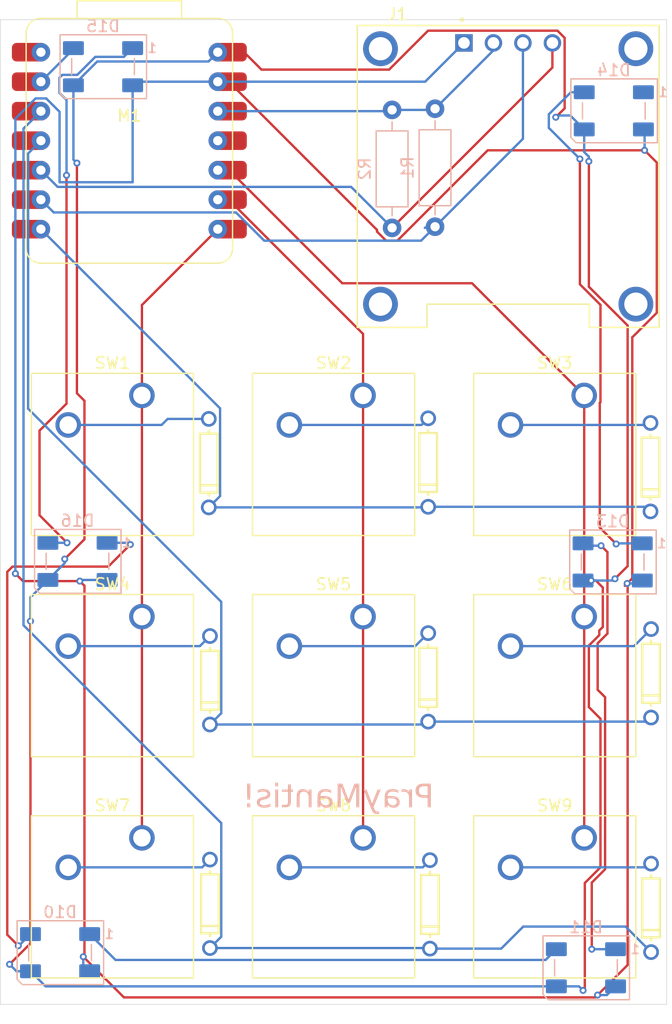
<source format=kicad_pcb>
(kicad_pcb (version 20240108) (generator "pcbnew") (generator_version "8.0")
  (layers (0 "F.Cu" signal) (31 "B.Cu" signal) (34 "B.Paste" user) (35 "F.Paste" user) (36 "B.SilkS" user "B.Silkscreen") (37 "F.SilkS" user "F.Silkscreen") (38 "B.Mask" user) (39 "F.Mask" user) (44 "Edge.Cuts" user))
  (net 0 "")
  (net 1 "SDA")
  (net 2 "SCL")
  (net 3 "+3V3")
  (net 4 "GND")
  (net 5 "COL0")
  (net 6 "COL1")
  (net 8 "ROW0")
  (net 9 "COL2")
  (net 10 "ROW1")
  (net 11 "ROW2")
  (net 12 "Net-(D1-PadA)")
  (net 13 "Net-(D2-PadA)")
  (net 14 "Net-(D3-PadA)")
  (net 15 "Net-(D4-PadA)")
  (net 16 "Net-(D5-PadA)")
  (net 17 "Net-(D6-PadA)")
  (net 18 "Net-(D7-PadA)")
  (net 19 "Net-(D8-PadA)")
  (net 20 "Net-(D9-PadA)")
  (net 22 "VDD")
  (net 23 "Net-(D10-DOUT)")
  (net 24 "Net-(D10-DIN)")
  (net 25 "Net-(D11-DOUT)")
  (net 26 "Net-(D13-DOUT)")
  (net 28 "DIN")
  (net 29 "Net-(D15-DOUT)")
  (footprint "Audio_Module:DIODE-1N4148" (layer "F.Cu") (at 122.01 85.59 -90)
    (property "Reference" "D5")
    (property "Value" "D_Small" (hide yes))
    (pad "A" thru_hole oval (at -3.81 0 270) (size 1.34874 1.34874) (drill 0.89916) (layers "*.Cu" "*.Mask") (net 16 "Net-(D5-PadA)"))
    (pad "K" thru_hole oval (at 3.81 0 270) (size 1.34874 1.34874) (drill 0.89916) (layers "*.Cu" "*.Mask") (net 10 "ROW1"))
  )
  (footprint "Audio_Module:DIODE-1N4148" (layer "F.Cu") (at 122.16 105.14 -90)
    (property "Reference" "D8")
    (property "Value" "D_Small" (hide yes))
    (pad "A" thru_hole oval (at -3.81 0 270) (size 1.34874 1.34874) (drill 0.89916) (layers "*.Cu" "*.Mask") (net 19 "Net-(D8-PadA)"))
    (pad "K" thru_hole oval (at 3.81 0 270) (size 1.34874 1.34874) (drill 0.89916) (layers "*.Cu" "*.Mask") (net 11 "ROW2"))
  )
  (footprint "Button_Switch_Keyboard:SW_Cherry_MX_1.00u_PCB" (layer "F.Cu") (at 135.45 99.41)
    (property "Reference" "SW9" (at -2.54 -2.794 0) (layer "F.SilkS"))
    (property "Value" "SW_Push")
    (pad "" np_thru_hole circle (at -7.62 5.08) (size 1.7 1.7) (drill 1.7) (layers "*.Cu" "*.Mask"))
    (pad "" np_thru_hole circle (at -2.54 5.08) (size 4 4) (drill 4) (layers "*.Cu" "*.Mask"))
    (pad "" np_thru_hole circle (at 2.54 5.08) (size 1.7 1.7) (drill 1.7) (layers "*.Cu" "*.Mask"))
    (pad "1" thru_hole circle (at 0 0) (size 2.2 2.2) (drill 1.5) (layers "*.Cu" "*.Mask") (net 9 "COL2"))
    (pad "2" thru_hole circle (at -6.35 2.54) (size 2.2 2.2) (drill 1.5) (layers "*.Cu" "*.Mask") (net 20 "Net-(D9-PadA)"))
  )
  (footprint "Audio_Module:DIODE-1N4148" (layer "F.Cu") (at 141.21 85.24 -90)
    (property "Reference" "D6")
    (property "Value" "D_Small" (hide yes))
    (pad "A" thru_hole oval (at -3.81 0 270) (size 1.34874 1.34874) (drill 0.89916) (layers "*.Cu" "*.Mask") (net 17 "Net-(D6-PadA)"))
    (pad "K" thru_hole oval (at 3.81 0 270) (size 1.34874 1.34874) (drill 0.89916) (layers "*.Cu" "*.Mask") (net 10 "ROW1"))
  )
  (footprint "Button_Switch_Keyboard:SW_Cherry_MX_1.00u_PCB" (layer "F.Cu") (at 135.45 61.31)
    (property "Reference" "SW3" (at -2.54 -2.794 0) (layer "F.SilkS"))
    (property "Value" "SW_Push")
    (pad "" np_thru_hole circle (at -7.62 5.08) (size 1.7 1.7) (drill 1.7) (layers "*.Cu" "*.Mask"))
    (pad "" np_thru_hole circle (at -2.54 5.08) (size 4 4) (drill 4) (layers "*.Cu" "*.Mask"))
    (pad "" np_thru_hole circle (at 2.54 5.08) (size 1.7 1.7) (drill 1.7) (layers "*.Cu" "*.Mask"))
    (pad "1" thru_hole circle (at 0 0) (size 2.2 2.2) (drill 1.5) (layers "*.Cu" "*.Mask") (net 9 "COL2"))
    (pad "2" thru_hole circle (at -6.35 2.54) (size 2.2 2.2) (drill 1.5) (layers "*.Cu" "*.Mask") (net 14 "Net-(D3-PadA)"))
  )
  (footprint "Audio_Module:DIODE-1N4148" (layer "F.Cu") (at 122.01 67.09 -90)
    (property "Reference" "D2")
    (property "Value" "D_Small" (hide yes))
    (pad "A" thru_hole oval (at -3.81 0 270) (size 1.34874 1.34874) (drill 0.89916) (layers "*.Cu" "*.Mask") (net 13 "Net-(D2-PadA)"))
    (pad "K" thru_hole oval (at 3.81 0 270) (size 1.34874 1.34874) (drill 0.89916) (layers "*.Cu" "*.Mask") (net 8 "ROW0"))
  )
  (footprint "Button_Switch_Keyboard:SW_Cherry_MX_1.00u_PCB" (layer "F.Cu") (at 116.4 61.31)
    (property "Reference" "SW2" (at -2.54 -2.794 0) (layer "F.SilkS"))
    (property "Value" "SW_Push")
    (pad "" np_thru_hole circle (at -7.62 5.08) (size 1.7 1.7) (drill 1.7) (layers "*.Cu" "*.Mask"))
    (pad "" np_thru_hole circle (at -2.54 5.08) (size 4 4) (drill 4) (layers "*.Cu" "*.Mask"))
    (pad "" np_thru_hole circle (at 2.54 5.08) (size 1.7 1.7) (drill 1.7) (layers "*.Cu" "*.Mask"))
    (pad "1" thru_hole circle (at 0 0) (size 2.2 2.2) (drill 1.5) (layers "*.Cu" "*.Mask") (net 6 "COL1"))
    (pad "2" thru_hole circle (at -6.35 2.54) (size 2.2 2.2) (drill 1.5) (layers "*.Cu" "*.Mask") (net 13 "Net-(D2-PadA)"))
  )
  (footprint "Button_Switch_Keyboard:SW_Cherry_MX_1.00u_PCB" (layer "F.Cu") (at 116.4 80.36)
    (property "Reference" "SW5" (at -2.54 -2.794 0) (layer "F.SilkS"))
    (property "Value" "SW_Push")
    (pad "" np_thru_hole circle (at -7.62 5.08) (size 1.7 1.7) (drill 1.7) (layers "*.Cu" "*.Mask"))
    (pad "" np_thru_hole circle (at -2.54 5.08) (size 4 4) (drill 4) (layers "*.Cu" "*.Mask"))
    (pad "" np_thru_hole circle (at 2.54 5.08) (size 1.7 1.7) (drill 1.7) (layers "*.Cu" "*.Mask"))
    (pad "1" thru_hole circle (at 0 0) (size 2.2 2.2) (drill 1.5) (layers "*.Cu" "*.Mask") (net 6 "COL1"))
    (pad "2" thru_hole circle (at -6.35 2.54) (size 2.2 2.2) (drill 1.5) (layers "*.Cu" "*.Mask") (net 16 "Net-(D5-PadA)"))
  )
  (footprint "Audio_Module:DIODE-1N4148" (layer "F.Cu") (at 103.11 67.14 -90)
    (property "Reference" "D1")
    (property "Value" "D_Small" (hide yes))
    (pad "A" thru_hole oval (at -3.81 0 270) (size 1.34874 1.34874) (drill 0.89916) (layers "*.Cu" "*.Mask") (net 12 "Net-(D1-PadA)"))
    (pad "K" thru_hole oval (at 3.81 0 270) (size 1.34874 1.34874) (drill 0.89916) (layers "*.Cu" "*.Mask") (net 8 "ROW0"))
  )
  (footprint "Button_Switch_Keyboard:SW_Cherry_MX_1.00u_PCB" (layer "F.Cu") (at 97.35 80.36)
    (property "Reference" "SW4" (at -2.54 -2.794 0) (layer "F.SilkS"))
    (property "Value" "SW_Push")
    (pad "" np_thru_hole circle (at -7.62 5.08) (size 1.7 1.7) (drill 1.7) (layers "*.Cu" "*.Mask"))
    (pad "" np_thru_hole circle (at -2.54 5.08) (size 4 4) (drill 4) (layers "*.Cu" "*.Mask"))
    (pad "" np_thru_hole circle (at 2.54 5.08) (size 1.7 1.7) (drill 1.7) (layers "*.Cu" "*.Mask"))
    (pad "1" thru_hole circle (at 0 0) (size 2.2 2.2) (drill 1.5) (layers "*.Cu" "*.Mask") (net 5 "COL0"))
    (pad "2" thru_hole circle (at -6.35 2.54) (size 2.2 2.2) (drill 1.5) (layers "*.Cu" "*.Mask") (net 15 "Net-(D4-PadA)"))
  )
  (footprint "Button_Switch_Keyboard:SW_Cherry_MX_1.00u_PCB" (layer "F.Cu") (at 116.4 99.41)
    (property "Reference" "SW8" (at -2.54 -2.794 0) (layer "F.SilkS"))
    (property "Value" "SW_Push")
    (pad "" np_thru_hole circle (at -7.62 5.08) (size 1.7 1.7) (drill 1.7) (layers "*.Cu" "*.Mask"))
    (pad "" np_thru_hole circle (at -2.54 5.08) (size 4 4) (drill 4) (layers "*.Cu" "*.Mask"))
    (pad "" np_thru_hole circle (at 2.54 5.08) (size 1.7 1.7) (drill 1.7) (layers "*.Cu" "*.Mask"))
    (pad "1" thru_hole circle (at 0 0) (size 2.2 2.2) (drill 1.5) (layers "*.Cu" "*.Mask") (net 6 "COL1"))
    (pad "2" thru_hole circle (at -6.35 2.54) (size 2.2 2.2) (drill 1.5) (layers "*.Cu" "*.Mask") (net 19 "Net-(D8-PadA)"))
  )
  (footprint "Audio_Module:DIODE-1N4148" (layer "F.Cu") (at 141.16 67.49 -90)
    (property "Reference" "D3")
    (property "Value" "D_Small" (hide yes))
    (pad "A" thru_hole oval (at -3.81 0 270) (size 1.34874 1.34874) (drill 0.89916) (layers "*.Cu" "*.Mask") (net 14 "Net-(D3-PadA)"))
    (pad "K" thru_hole oval (at 3.81 0 270) (size 1.34874 1.34874) (drill 0.89916) (layers "*.Cu" "*.Mask") (net 8 "ROW0"))
  )
  (footprint "Button_Switch_Keyboard:SW_Cherry_MX_1.00u_PCB" (layer "F.Cu") (at 97.35 61.31)
    (property "Reference" "SW1" (at -2.54 -2.794 0) (layer "F.SilkS"))
    (property "Value" "SW_Push")
    (pad "" np_thru_hole circle (at -7.62 5.08) (size 1.7 1.7) (drill 1.7) (layers "*.Cu" "*.Mask"))
    (pad "" np_thru_hole circle (at -2.54 5.08) (size 4 4) (drill 4) (layers "*.Cu" "*.Mask"))
    (pad "" np_thru_hole circle (at 2.54 5.08) (size 1.7 1.7) (drill 1.7) (layers "*.Cu" "*.Mask"))
    (pad "1" thru_hole circle (at 0 0) (size 2.2 2.2) (drill 1.5) (layers "*.Cu" "*.Mask") (net 5 "COL0"))
    (pad "2" thru_hole circle (at -6.35 2.54) (size 2.2 2.2) (drill 1.5) (layers "*.Cu" "*.Mask") (net 12 "Net-(D1-PadA)"))
  )
  (footprint "Button_Switch_Keyboard:SW_Cherry_MX_1.00u_PCB" (layer "F.Cu") (at 97.35 99.41)
    (property "Reference" "SW7" (at -2.54 -2.794 0) (layer "F.SilkS"))
    (property "Value" "SW_Push")
    (pad "" np_thru_hole circle (at -7.62 5.08) (size 1.7 1.7) (drill 1.7) (layers "*.Cu" "*.Mask"))
    (pad "" np_thru_hole circle (at -2.54 5.08) (size 4 4) (drill 4) (layers "*.Cu" "*.Mask"))
    (pad "" np_thru_hole circle (at 2.54 5.08) (size 1.7 1.7) (drill 1.7) (layers "*.Cu" "*.Mask"))
    (pad "1" thru_hole circle (at 0 0) (size 2.2 2.2) (drill 1.5) (layers "*.Cu" "*.Mask") (net 5 "COL0"))
    (pad "2" thru_hole circle (at -6.35 2.54) (size 2.2 2.2) (drill 1.5) (layers "*.Cu" "*.Mask") (net 18 "Net-(D7-PadA)"))
  )
  (footprint "Audio_Module:DIODE-1N4148" (layer "F.Cu") (at 103.21 105.09 -90)
    (property "Reference" "D7")
    (property "Value" "D_Small" (hide yes))
    (pad "A" thru_hole oval (at -3.81 0 270) (size 1.34874 1.34874) (drill 0.89916) (layers "*.Cu" "*.Mask") (net 18 "Net-(D7-PadA)"))
    (pad "K" thru_hole oval (at 3.81 0 270) (size 1.34874 1.34874) (drill 0.89916) (layers "*.Cu" "*.Mask") (net 11 "ROW2"))
  )
  (footprint "Audio_Module:xiao" (layer "F.Cu") (at 87.3775 49.921)
    (property "Reference" "M1" (at 8.89 -12.7 0) (layer "F.SilkS"))
    (property "Value" "XIAO-RP2040")
    (pad "1" thru_hole circle (at 1.2725 -18.171) (size 1.6 1.6) (drill 0.8) (layers "*.Cu" "*.Mask"))
    (pad "1" smd roundrect (at 1.2725 -18.171) (size 3 1.6) (drill (offset -1 0)) (layers "F.Cu" "F.Paste" "F.Mask"))
    (pad "2" thru_hole circle (at 1.2725 -15.631) (size 1.6 1.6) (drill 0.8) (layers "*.Cu" "*.Mask") (net 28 "DIN"))
    (pad "2" smd roundrect (at 1.2725 -15.631) (size 3 1.6) (drill (offset -1 0)) (layers "F.Cu" "F.Paste" "F.Mask") (net 28 "DIN"))
    (pad "3" thru_hole circle (at 1.2725 -13.091) (size 1.6 1.6) (drill 0.8) (layers "*.Cu" "*.Mask") (net 11 "ROW2"))
    (pad "3" smd roundrect (at 1.2725 -13.091) (size 3 1.6) (drill (offset -1 0)) (layers "F.Cu" "F.Paste" "F.Mask") (net 11 "ROW2"))
    (pad "4" thru_hole circle (at 1.2725 -10.551) (size 1.6 1.6) (drill 0.8) (layers "*.Cu" "*.Mask") (net 10 "ROW1"))
    (pad "4" smd roundrect (at 1.2725 -10.551) (size 3 1.6) (drill (offset -1 0)) (layers "F.Cu" "F.Paste" "F.Mask") (net 10 "ROW1"))
    (pad "5" thru_hole circle (at 1.2725 -8.011) (size 1.6 1.6) (drill 0.8) (layers "*.Cu" "*.Mask") (net 1 "SDA"))
    (pad "5" smd roundrect (at 1.2725 -8.011) (size 3 1.6) (drill (offset -1 0)) (layers "F.Cu" "F.Paste" "F.Mask") (net 1 "SDA"))
    (pad "6" thru_hole circle (at 1.2725 -5.471) (size 1.6 1.6) (drill 0.8) (layers "*.Cu" "*.Mask") (net 2 "SCL"))
    (pad "6" smd roundrect (at 1.2725 -5.471) (size 3 1.6) (drill (offset -1 0)) (layers "F.Cu" "F.Paste" "F.Mask") (net 2 "SCL"))
    (pad "7" thru_hole circle (at 1.2725 -2.931) (size 1.6 1.6) (drill 0.8) (layers "*.Cu" "*.Mask") (net 8 "ROW0"))
    (pad "7" smd roundrect (at 1.2725 -2.931) (size 3 1.6) (drill (offset -1 0)) (layers "F.Cu" "F.Paste" "F.Mask") (net 8 "ROW0"))
    (pad "8" thru_hole circle (at 16.5075 -2.931) (size 1.6 1.6) (drill 0.8) (layers "*.Cu" "*.Mask") (net 5 "COL0"))
    (pad "8" smd roundrect (at 16.5075 -2.931) (size 3 1.6) (drill (offset 1 0)) (layers "F.Cu" "F.Paste" "F.Mask") (net 5 "COL0"))
    (pad "9" thru_hole circle (at 16.5075 -5.471) (size 1.6 1.6) (drill 0.8) (layers "*.Cu" "*.Mask") (net 6 "COL1"))
    (pad "9" smd roundrect (at 16.5075 -5.471) (size 3 1.6) (drill (offset 1 0)) (layers "F.Cu" "F.Paste" "F.Mask") (net 6 "COL1"))
    (pad "10" thru_hole circle (at 16.5075 -8.011) (size 1.6 1.6) (drill 0.8) (layers "*.Cu" "*.Mask") (net 9 "COL2"))
    (pad "10" smd roundrect (at 16.5075 -8.011) (size 3 1.6) (drill (offset 1 0)) (layers "F.Cu" "F.Paste" "F.Mask") (net 9 "COL2"))
    (pad "11" thru_hole circle (at 16.5075 -10.551) (size 1.6 1.6) (drill 0.8) (layers "*.Cu" "*.Mask"))
    (pad "11" smd roundrect (at 16.5075 -10.551) (size 3 1.6) (drill (offset 1 0)) (layers "F.Cu" "F.Paste" "F.Mask"))
    (pad "12" thru_hole circle (at 16.5075 -13.091) (size 1.6 1.6) (drill 0.8) (layers "*.Cu" "*.Mask") (net 3 "+3V3"))
    (pad "12" smd roundrect (at 16.5075 -13.091) (size 3 1.6) (drill (offset 1 0)) (layers "F.Cu" "F.Paste" "F.Mask") (net 3 "+3V3"))
    (pad "13" thru_hole circle (at 16.5075 -15.631) (size 1.6 1.6) (drill 0.8) (layers "*.Cu" "*.Mask") (net 4 "GND"))
    (pad "13" smd roundrect (at 16.5075 -15.631) (size 3 1.6) (drill (offset 1 0)) (layers "F.Cu" "F.Paste" "F.Mask") (net 4 "GND"))
    (pad "14" thru_hole circle (at 16.5075 -18.171) (size 1.6 1.6) (drill 0.8) (layers "*.Cu" "*.Mask") (net 22 "VDD"))
    (pad "14" smd roundrect (at 16.5075 -18.171) (size 3 1.6) (drill (offset 1 0)) (layers "F.Cu" "F.Paste" "F.Mask") (net 22 "VDD"))
  )
  (footprint "Audio_Module:DIODE-1N4148" (layer "F.Cu") (at 103.21 85.84 -90)
    (property "Reference" "D4")
    (property "Value" "D_Small" (hide yes))
    (pad "A" thru_hole oval (at -3.81 0 270) (size 1.34874 1.34874) (drill 0.89916) (layers "*.Cu" "*.Mask") (net 15 "Net-(D4-PadA)"))
    (pad "K" thru_hole oval (at 3.81 0 270) (size 1.34874 1.34874) (drill 0.89916) (layers "*.Cu" "*.Mask") (net 10 "ROW1"))
  )
  (footprint "Button_Switch_Keyboard:SW_Cherry_MX_1.00u_PCB" (layer "F.Cu") (at 135.45 80.36)
    (property "Reference" "SW6" (at -2.54 -2.794 0) (layer "F.SilkS"))
    (property "Value" "SW_Push")
    (pad "" np_thru_hole circle (at -7.62 5.08) (size 1.7 1.7) (drill 1.7) (layers "*.Cu" "*.Mask"))
    (pad "" np_thru_hole circle (at -2.54 5.08) (size 4 4) (drill 4) (layers "*.Cu" "*.Mask"))
    (pad "" np_thru_hole circle (at 2.54 5.08) (size 1.7 1.7) (drill 1.7) (layers "*.Cu" "*.Mask"))
    (pad "1" thru_hole circle (at 0 0) (size 2.2 2.2) (drill 1.5) (layers "*.Cu" "*.Mask") (net 9 "COL2"))
    (pad "2" thru_hole circle (at -6.35 2.54) (size 2.2 2.2) (drill 1.5) (layers "*.Cu" "*.Mask") (net 17 "Net-(D6-PadA)"))
  )
  (footprint "Audio_Module:DIODE-1N4148" (layer "F.Cu") (at 141.21 105.44 -90)
    (property "Reference" "D9")
    (property "Value" "D_Small" (hide yes))
    (pad "A" thru_hole oval (at -3.81 0 270) (size 1.34874 1.34874) (drill 0.89916) (layers "*.Cu" "*.Mask") (net 20 "Net-(D9-PadA)"))
    (pad "K" thru_hole oval (at 3.81 0 270) (size 1.34874 1.34874) (drill 0.89916) (layers "*.Cu" "*.Mask") (net 11 "ROW2"))
  )
  (footprint "Audio_Module:screen" (layer "F.Cu") (at 128.9 42.45)
    (property "Reference" "J1" (at -9.525 -13.97 0) (layer "F.SilkS"))
    (property "Value" "Conn_01x04_Pin")
    (pad "1" thru_hole rect (at -3.81 -11.5) (size 1.508 1.508) (drill 1) (layers "*.Cu" "*.Mask") (net 4 "GND"))
    (pad "2" thru_hole circle (at -1.27 -11.5) (size 1.508 1.508) (drill 1) (layers "*.Cu" "*.Mask") (net 3 "+3V3"))
    (pad "3" thru_hole circle (at 1.27 -11.5) (size 1.508 1.508) (drill 1) (layers "*.Cu" "*.Mask") (net 2 "SCL"))
    (pad "4" thru_hole circle (at 3.81 -11.5) (size 1.508 1.508) (drill 1) (layers "*.Cu" "*.Mask") (net 1 "SDA"))
    (pad "S1" thru_hole circle (at -11 -11) (size 3 3) (drill 2) (layers "*.Cu" "*.Mask"))
    (pad "S2" thru_hole circle (at 11 -11) (size 3 3) (drill 2) (layers "*.Cu" "*.Mask"))
    (pad "S3" thru_hole circle (at 11 11) (size 3 3) (drill 2) (layers "*.Cu" "*.Mask"))
    (pad "S4" thru_hole circle (at -11 11) (size 3 3) (drill 2) (layers "*.Cu" "*.Mask"))
  )
  (footprint "LED_SMD:LED_OPSCO_SK6812_PLCC4_5.0x5.0mm_P3.1mm" (layer "B.Cu") (at 90.3 109.3 180)
    (property "Reference" "D10" (at 0 3.5 0) (layer "B.SilkS") (effects (justify mirror)))
    (property "Value" "NeoPixel_THT")
    (fp_text user "1" (at -4.225 1.6 0) (layer "B.SilkS") (effects (font (size 0.8 0.8)) (justify mirror)))
    (pad "1" smd roundrect (at -2.55 1.6 180) (size 1.8 1.2) (layers "B.Cu" "B.Paste" "B.Mask") (roundrect_rratio 0.1) (net 23 "Net-(D10-DOUT)"))
    (pad "2" smd roundrect (at -2.55 -1.6 180) (size 1.8 1.2) (layers "B.Cu" "B.Paste" "B.Mask") (roundrect_rratio 0.1) (net 4 "GND"))
    (pad "3" smd roundrect (at 2.55 -1.6 180) (size 1.8 1.2) (layers "B.Cu" "B.Paste" "B.Mask") (roundrect_rratio 0.1) (net 22 "VDD"))
    (pad "4" smd roundrect (at 2.55 1.6 180) (size 1.8 1.2) (layers "B.Cu" "B.Paste" "B.Mask") (roundrect_rratio 0.1) (net 24 "Net-(D10-DIN)"))
  )
  (footprint "LED_SMD:LED_OPSCO_SK6812_PLCC4_5.0x5.0mm_P3.1mm" (layer "B.Cu") (at 91.8 75.6 180)
    (property "Reference" "D16" (at 0 3.5 0) (layer "B.SilkS") (effects (justify mirror)))
    (property "Value" "NeoPixel_THT")
    (fp_text user "1" (at -4.225 1.6 0) (layer "B.SilkS") (effects (font (size 0.8 0.8)) (justify mirror)))
    (pad "1" smd roundrect (at -2.55 1.6 180) (size 1.8 1.2) (layers "B.Cu" "B.Paste" "B.Mask") (roundrect_rratio 0.1) (net 24 "Net-(D10-DIN)"))
    (pad "2" smd roundrect (at -2.55 -1.6 180) (size 1.8 1.2) (layers "B.Cu" "B.Paste" "B.Mask") (roundrect_rratio 0.1) (net 4 "GND"))
    (pad "3" smd roundrect (at 2.55 -1.6 180) (size 1.8 1.2) (layers "B.Cu" "B.Paste" "B.Mask") (roundrect_rratio 0.1) (net 22 "VDD"))
    (pad "4" smd roundrect (at 2.55 1.6 180) (size 1.8 1.2) (layers "B.Cu" "B.Paste" "B.Mask") (roundrect_rratio 0.1) (net 29 "Net-(D15-DOUT)"))
  )
  (footprint "LED_SMD:LED_OPSCO_SK6812_PLCC4_5.0x5.0mm_P3.1mm" (layer "B.Cu") (at 135.6 110.6 180)
    (property "Reference" "D11" (at 0 3.5 0) (layer "B.SilkS") (effects (justify mirror)))
    (property "Value" "NeoPixel_THT")
    (fp_text user "1" (at -4.225 1.6 0) (layer "B.SilkS") (effects (font (size 0.8 0.8)) (justify mirror)))
    (pad "1" smd roundrect (at -2.55 1.6 180) (size 1.8 1.2) (layers "B.Cu" "B.Paste" "B.Mask") (roundrect_rratio 0.1) (net 25 "Net-(D11-DOUT)"))
    (pad "2" smd roundrect (at -2.55 -1.6 180) (size 1.8 1.2) (layers "B.Cu" "B.Paste" "B.Mask") (roundrect_rratio 0.1) (net 4 "GND"))
    (pad "3" smd roundrect (at 2.55 -1.6 180) (size 1.8 1.2) (layers "B.Cu" "B.Paste" "B.Mask") (roundrect_rratio 0.1) (net 22 "VDD"))
    (pad "4" smd roundrect (at 2.55 1.6 180) (size 1.8 1.2) (layers "B.Cu" "B.Paste" "B.Mask") (roundrect_rratio 0.1) (net 23 "Net-(D10-DOUT)"))
  )
  (footprint "LED_SMD:LED_OPSCO_SK6812_PLCC4_5.0x5.0mm_P3.1mm" (layer "B.Cu") (at 137.9 75.65 180)
    (property "Reference" "D13" (at 0 3.5 0) (layer "B.SilkS") (effects (justify mirror)))
    (property "Value" "NeoPixel_THT")
    (fp_text user "1" (at -4.225 1.6 0) (layer "B.SilkS") (effects (font (size 0.8 0.8)) (justify mirror)))
    (pad "1" smd roundrect (at -2.55 1.6 180) (size 1.8 1.2) (layers "B.Cu" "B.Paste" "B.Mask") (roundrect_rratio 0.1) (net 26 "Net-(D13-DOUT)"))
    (pad "2" smd roundrect (at -2.55 -1.6 180) (size 1.8 1.2) (layers "B.Cu" "B.Paste" "B.Mask") (roundrect_rratio 0.1) (net 4 "GND"))
    (pad "3" smd roundrect (at 2.55 -1.6 180) (size 1.8 1.2) (layers "B.Cu" "B.Paste" "B.Mask") (roundrect_rratio 0.1) (net 22 "VDD"))
    (pad "4" smd roundrect (at 2.55 1.6 180) (size 1.8 1.2) (layers "B.Cu" "B.Paste" "B.Mask") (roundrect_rratio 0.1) (net 25 "Net-(D11-DOUT)"))
  )
  (footprint "Resistor_THT:R_Axial_DIN0207_L6.3mm_D2.5mm_P10.16mm_Horizontal" (layer "B.Cu") (at 122.6 36.62 -90)
    (property "Reference" "R1" (at 5.08 2.37 90) (layer "B.SilkS") (effects (justify mirror)))
    (property "Value" "R")
    (pad "1" thru_hole circle (at 0 0 270) (size 1.6 1.6) (drill 0.8) (layers "*.Cu" "*.Mask") (net 3 "+3V3"))
    (pad "2" thru_hole oval (at 10.16 0 270) (size 1.6 1.6) (drill 0.8) (layers "*.Cu" "*.Mask") (net 2 "SCL"))
  )
  (footprint "LED_SMD:LED_OPSCO_SK6812_PLCC4_5.0x5.0mm_P3.1mm" (layer "B.Cu") (at 94 33 180)
    (property "Reference" "D15" (at 0 3.5 0) (layer "B.SilkS") (effects (justify mirror)))
    (property "Value" "NeoPixel_THT")
    (fp_text user "1" (at -4.225 1.6 0) (layer "B.SilkS") (effects (font (size 0.8 0.8)) (justify mirror)))
    (pad "1" smd roundrect (at -2.55 1.6 180) (size 1.8 1.2) (layers "B.Cu" "B.Paste" "B.Mask") (roundrect_rratio 0.1) (net 29 "Net-(D15-DOUT)"))
    (pad "2" smd roundrect (at -2.55 -1.6 180) (size 1.8 1.2) (layers "B.Cu" "B.Paste" "B.Mask") (roundrect_rratio 0.1) (net 4 "GND"))
    (pad "3" smd roundrect (at 2.55 -1.6 180) (size 1.8 1.2) (layers "B.Cu" "B.Paste" "B.Mask") (roundrect_rratio 0.1) (net 22 "VDD"))
    (pad "4" smd roundrect (at 2.55 1.6 180) (size 1.8 1.2) (layers "B.Cu" "B.Paste" "B.Mask") (roundrect_rratio 0.1) (net 28 "DIN"))
  )
  (footprint "Resistor_THT:R_Axial_DIN0207_L6.3mm_D2.5mm_P10.16mm_Horizontal" (layer "B.Cu") (at 118.9 36.72 -90)
    (property "Reference" "R2" (at 5.08 2.37 90) (layer "B.SilkS") (effects (justify mirror)))
    (property "Value" "R")
    (pad "1" thru_hole circle (at 0 0 270) (size 1.6 1.6) (drill 0.8) (layers "*.Cu" "*.Mask") (net 3 "+3V3"))
    (pad "2" thru_hole oval (at 10.16 0 270) (size 1.6 1.6) (drill 0.8) (layers "*.Cu" "*.Mask") (net 1 "SDA"))
  )
  (footprint "LED_SMD:LED_OPSCO_SK6812_PLCC4_5.0x5.0mm_P3.1mm" (layer "B.Cu") (at 138 36.8 180)
    (property "Reference" "D14" (at 0 3.5 0) (layer "B.SilkS") (effects (justify mirror)))
    (property "Value" "NeoPixel_THT")
    (fp_text user "1" (at -4.225 1.6 0) (layer "B.SilkS") (effects (font (size 0.8 0.8)) (justify mirror)))
    (pad "1" smd roundrect (at -2.55 1.6 180) (size 1.8 1.2) (layers "B.Cu" "B.Paste" "B.Mask") (roundrect_rratio 0.1))
    (pad "2" smd roundrect (at -2.55 -1.6 180) (size 1.8 1.2) (layers "B.Cu" "B.Paste" "B.Mask") (roundrect_rratio 0.1) (net 4 "GND"))
    (pad "3" smd roundrect (at 2.55 -1.6 180) (size 1.8 1.2) (layers "B.Cu" "B.Paste" "B.Mask") (roundrect_rratio 0.1) (net 22 "VDD"))
    (pad "4" smd roundrect (at 2.55 1.6 180) (size 1.8 1.2) (layers "B.Cu" "B.Paste" "B.Mask") (roundrect_rratio 0.1) (net 26 "Net-(D13-DOUT)"))
  )
  (gr_rect (start 85.15 28.95) (end 142.55 113.75) (stroke (width 0.05)) (fill none) (layer "Edge.Cuts"))
  (gr_text "PrayMantis!" (at 114.25 95.95 0) (layer "B.SilkS") (effects (font (size 2 2) (thickness 0.1)) (justify mirror)))
  (segment (start 132.71 33.07) (end 118.9 46.88) (width 0.2) (layer "F.Cu") (net 1))
  (segment (start 132.71 30.95) (end 132.71 33.07) (width 0.2) (layer "F.Cu") (net 1))
  (segment (start 118.9 46.88) (end 115.37 43.35) (width 0.2) (layer "B.Cu") (net 1))
  (segment (start 115.37 43.35) (end 90.09 43.35) (width 0.2) (layer "B.Cu") (net 1))
  (segment (start 90.09 43.35) (end 88.65 41.91) (width 0.2) (layer "B.Cu") (net 1))
  (segment (start 121.72 46.88) (end 121.75 46.85) (width 0.2) (layer "B.Cu") (net 2))
  (segment (start 130.17 39.21) (end 122.6 46.78) (width 0.2) (layer "B.Cu") (net 2))
  (segment (start 122.6 46.78) (end 121.4 47.98) (width 0.2) (layer "B.Cu") (net 2))
  (segment (start 89.75 45.55) (end 88.65 44.45) (width 0.2) (layer "B.Cu") (net 2))
  (segment (start 130.17 30.95) (end 130.17 39.21) (width 0.2) (layer "B.Cu") (net 2))
  (segment (start 107.88 47.98) (end 105.45 45.55) (width 0.2) (layer "B.Cu") (net 2))
  (segment (start 105.45 45.55) (end 89.75 45.55) (width 0.2) (layer "B.Cu") (net 2))
  (segment (start 121.4 47.98) (end 107.88 47.98) (width 0.2) (layer "B.Cu") (net 2))
  (segment (start 122.5 36.72) (end 122.6 36.62) (width 0.2) (layer "B.Cu") (net 3))
  (segment (start 118.9 36.72) (end 122.5 36.72) (width 0.2) (layer "B.Cu") (net 3))
  (segment (start 103.885 36.83) (end 118.79 36.83) (width 0.2) (layer "B.Cu") (net 3))
  (segment (start 118.79 36.83) (end 118.9 36.72) (width 0.2) (layer "B.Cu") (net 3))
  (segment (start 103.995 36.72) (end 103.885 36.83) (width 0.2) (layer "B.Cu") (net 3))
  (segment (start 127.63 31.59) (end 127.63 30.95) (width 0.2) (layer "B.Cu") (net 3))
  (segment (start 122.6 36.62) (end 127.63 31.59) (width 0.2) (layer "B.Cu") (net 3))
  (segment (start 92.3 109.65) (end 95.8 113.15) (width 0.2) (layer "F.Cu") (net 4))
  (segment (start 104.83495 34.29) (end 103.885 34.29) (width 0.2) (layer "F.Cu") (net 4))
  (segment (start 117.6 47.2) (end 117.6 47.05505) (width 0.2) (layer "F.Cu") (net 4))
  (segment (start 138.95 77.7) (end 139.59 77.06) (width 0.2) (layer "F.Cu") (net 4))
  (segment (start 139.59 77.06) (end 139.59 56.305585) (width 0.2) (layer "F.Cu") (net 4))
  (segment (start 92.4 77.7) (end 92.4 109.55) (width 0.2) (layer "F.Cu") (net 4))
  (segment (start 118.38 47.98) (end 117.6 47.2) (width 0.2) (layer "F.Cu") (net 4))
  (segment (start 87.1 77.3) (end 92 77.3) (width 0.2) (layer "F.Cu") (net 4))
  (segment (start 139.19 110.36) (end 139.19 77.54) (width 0.2) (layer "F.Cu") (net 4))
  (segment (start 139.15 77.5) (end 138.95 77.7) (width 0.2) (layer "F.Cu") (net 4))
  (segment (start 141.7 54.195585) (end 141.7 41.25) (width 0.2) (layer "F.Cu") (net 4))
  (segment (start 136.6 112.95) (end 139.19 110.36) (width 0.2) (layer "F.Cu") (net 4))
  (segment (start 139.19 77.54) (end 139.15 77.5) (width 0.2) (layer "F.Cu") (net 4))
  (segment (start 119.355635 47.98) (end 118.38 47.98) (width 0.2) (layer "F.Cu") (net 4))
  (segment (start 139.59 56.305585) (end 141.7 54.195585) (width 0.2) (layer "F.Cu") (net 4))
  (segment (start 92.4 109.55) (end 92.3 109.65) (width 0.2) (layer "F.Cu") (net 4))
  (segment (start 95.8 113.15) (end 136.4 113.15) (width 0.2) (layer "F.Cu") (net 4))
  (segment (start 136.4 113.15) (end 136.6 112.95) (width 0.2) (layer "F.Cu") (net 4))
  (segment (start 140.65 40.2) (end 127.135635 40.2) (width 0.2) (layer "F.Cu") (net 4))
  (segment (start 117.6 47.05505) (end 104.83495 34.29) (width 0.2) (layer "F.Cu") (net 4))
  (segment (start 127.135635 40.2) (end 119.355635 47.98) (width 0.2) (layer "F.Cu") (net 4))
  (segment (start 86.45 76.65) (end 87.1 77.3) (width 0.2) (layer "F.Cu") (net 4))
  (segment (start 92 77.3) (end 92.4 77.7) (width 0.2) (layer "F.Cu") (net 4))
  (segment (start 141.7 41.25) (end 140.65 40.2) (width 0.2) (layer "F.Cu") (net 4))
  (via (at 86.45 76.65) (size 0.6) (drill 0.3) (layers "F.Cu" "B.Cu") (net 4))
  (via (at 136.6 112.95) (size 0.6) (drill 0.3) (layers "F.Cu" "B.Cu") (net 4))
  (via (at 92 77.3) (size 0.6) (drill 0.3) (layers "F.Cu" "B.Cu") (net 4))
  (via (at 92.3 109.65) (size 0.6) (drill 0.3) (layers "F.Cu" "B.Cu") (net 4))
  (via (at 140.65 40.2) (size 0.6) (drill 0.3) (layers "F.Cu" "B.Cu") (net 4))
  (via (at 139.15 77.5) (size 0.6) (drill 0.3) (layers "F.Cu" "B.Cu") (net 4))
  (segment (start 89.105635 35.73) (end 88.194365 35.73) (width 0.2) (layer "B.Cu") (net 4))
  (segment (start 96.86 34.29) (end 96.55 34.6) (width 0.2) (layer "B.Cu") (net 4))
  (segment (start 92.3 109.65) (end 92.3 110.35) (width 0.2) (layer "B.Cu") (net 4))
  (segment (start 88.194365 35.73) (end 86.45 37.474365) (width 0.2) (layer "B.Cu") (net 4))
  (segment (start 136.6 112.95) (end 137.4 112.95) (width 0.2) (layer "B.Cu") (net 4))
  (segment (start 139.15 77.5) (end 140.2 77.5) (width 0.2) (layer "B.Cu") (net 4))
  (segment (start 96.55 34.6) (end 96.55 42.95) (width 0.2) (layer "B.Cu") (net 4))
  (segment (start 92 77.3) (end 92.1 77.2) (width 0.2) (layer "B.Cu") (net 4))
  (segment (start 90.255686 42.95) (end 90.255686 36.880051) (width 0.2) (layer "B.Cu") (net 4))
  (segment (start 121.75 34.29) (end 103.885 34.29) (width 0.2) (layer "B.Cu") (net 4))
  (segment (start 125.09 30.95) (end 121.75 34.29) (width 0.2) (layer "B.Cu") (net 4))
  (segment (start 96.55 42.95) (end 90.255686 42.95) (width 0.2) (layer "B.Cu") (net 4))
  (segment (start 92.1 77.2) (end 94.35 77.2) (width 0.2) (layer "B.Cu") (net 4))
  (segment (start 137.4 112.95) (end 138.15 112.2) (width 0.2) (layer "B.Cu") (net 4))
  (segment (start 140.65 40.2) (end 140.65 38.5) (width 0.2) (layer "B.Cu") (net 4))
  (segment (start 103.885 34.29) (end 96.86 34.29) (width 0.2) (layer "B.Cu") (net 4))
  (segment (start 86.45 37.474365) (end 86.45 76.65) (width 0.2) (layer "B.Cu") (net 4))
  (segment (start 140.65 38.5) (end 140.55 38.4) (width 0.2) (layer "B.Cu") (net 4))
  (segment (start 90.255686 36.880051) (end 89.105635 35.73) (width 0.2) (layer "B.Cu") (net 4))
  (segment (start 92.3 110.35) (end 92.85 110.9) (width 0.2) (layer "B.Cu") (net 4))
  (segment (start 140.2 77.5) (end 140.45 77.25) (width 0.2) (layer "B.Cu") (net 4))
  (segment (start 97.35 61.31) (end 97.35 80.36) (width 0.2) (layer "F.Cu") (net 5))
  (segment (start 97.35 80.36) (end 97.35 99.41) (width 0.2) (layer "F.Cu") (net 5))
  (segment (start 97.35 53.525) (end 103.885 46.99) (width 0.2) (layer "F.Cu") (net 5))
  (segment (start 97.35 61.31) (end 97.35 53.525) (width 0.2) (layer "F.Cu") (net 5))
  (segment (start 116.4 61.31) (end 116.4 56.01505) (width 0.2) (layer "F.Cu") (net 6))
  (segment (start 116.4 61.31) (end 116.4 80.36) (width 0.2) (layer "F.Cu") (net 6))
  (segment (start 116.4 56.01505) (end 104.83495 44.45) (width 0.2) (layer "F.Cu") (net 6))
  (segment (start 116.4 80.36) (end 116.4 99.41) (width 0.2) (layer "F.Cu") (net 6))
  (segment (start 104.83495 44.45) (end 103.885 44.45) (width 0.2) (layer "F.Cu") (net 6))
  (segment (start 104.08437 62.42437) (end 88.65 46.99) (width 0.2) (layer "B.Cu") (net 8))
  (segment (start 121.96 70.95) (end 122.01 70.9) (width 0.2) (layer "B.Cu") (net 8))
  (segment (start 103.11 70.95) (end 104.08437 69.97563) (width 0.2) (layer "B.Cu") (net 8))
  (segment (start 122.01 70.9) (end 140.76 70.9) (width 0.2) (layer "B.Cu") (net 8))
  (segment (start 104.08437 69.97563) (end 104.08437 62.42437) (width 0.2) (layer "B.Cu") (net 8))
  (segment (start 140.76 70.9) (end 141.16 71.3) (width 0.2) (layer "B.Cu") (net 8))
  (segment (start 103.11 70.95) (end 121.96 70.95) (width 0.2) (layer "B.Cu") (net 8))
  (segment (start 125.79 51.65) (end 114.609365 51.65) (width 0.2) (layer "F.Cu") (net 9))
  (segment (start 135.45 80.36) (end 135.45 99.41) (width 0.2) (layer "F.Cu") (net 9))
  (segment (start 135.45 61.31) (end 125.79 51.65) (width 0.2) (layer "F.Cu") (net 9))
  (segment (start 104.869365 41.91) (end 103.885 41.91) (width 0.2) (layer "F.Cu") (net 9))
  (segment (start 114.609365 51.65) (end 104.869365 41.91) (width 0.2) (layer "F.Cu") (net 9))
  (segment (start 135.45 61.31) (end 135.45 80.36) (width 0.2) (layer "F.Cu") (net 9))
  (segment (start 103.21 89.65) (end 104.18437 88.67563) (width 0.2) (layer "B.Cu") (net 10))
  (segment (start 87.55 40.47) (end 88.65 39.37) (width 0.2) (layer "B.Cu") (net 10))
  (segment (start 122.01 89.4) (end 140.86 89.4) (width 0.2) (layer "B.Cu") (net 10))
  (segment (start 140.86 89.4) (end 141.21 89.05) (width 0.2) (layer "B.Cu") (net 10))
  (segment (start 103.21 89.65) (end 121.76 89.65) (width 0.2) (layer "B.Cu") (net 10))
  (segment (start 121.76 89.65) (end 122.01 89.4) (width 0.2) (layer "B.Cu") (net 10))
  (segment (start 87.55 62.453402) (end 87.55 40.47) (width 0.2) (layer "B.Cu") (net 10))
  (segment (start 104.18437 88.67563) (end 104.18437 79.087772) (width 0.2) (layer "B.Cu") (net 10))
  (segment (start 104.18437 79.087772) (end 87.55 62.453402) (width 0.2) (layer "B.Cu") (net 10))
  (segment (start 87.15 38.33) (end 88.65 36.83) (width 0.2) (layer "B.Cu") (net 11))
  (segment (start 104.18437 98.137772) (end 87.15 81.103402) (width 0.2) (layer "B.Cu") (net 11))
  (segment (start 139.01 107.05) (end 141.21 109.25) (width 0.2) (layer "B.Cu") (net 11))
  (segment (start 130.2 107.05) (end 139.01 107.05) (width 0.2) (layer "B.Cu") (net 11))
  (segment (start 103.21 108.9) (end 104.18437 107.92563) (width 0.2) (layer "B.Cu") (net 11))
  (segment (start 87.15 81.103402) (end 87.15 38.33) (width 0.2) (layer "B.Cu") (net 11))
  (segment (start 128.3 108.95) (end 130.2 107.05) (width 0.2) (layer "B.Cu") (net 11))
  (segment (start 103.21 108.9) (end 122.11 108.9) (width 0.2) (layer "B.Cu") (net 11))
  (segment (start 122.16 108.95) (end 128.3 108.95) (width 0.2) (layer "B.Cu") (net 11))
  (segment (start 122.11 108.9) (end 122.16 108.95) (width 0.2) (layer "B.Cu") (net 11))
  (segment (start 104.18437 107.92563) (end 104.18437 98.137772) (width 0.2) (layer "B.Cu") (net 11))
  (segment (start 99.567056 63.33) (end 103.11 63.33) (width 0.2) (layer "B.Cu") (net 12))
  (segment (start 99.047056 63.85) (end 99.567056 63.33) (width 0.2) (layer "B.Cu") (net 12))
  (segment (start 91 63.85) (end 99.047056 63.85) (width 0.2) (layer "B.Cu") (net 12))
  (segment (start 110.05 63.85) (end 121.44 63.85) (width 0.2) (layer "B.Cu") (net 13))
  (segment (start 121.44 63.85) (end 122.01 63.28) (width 0.2) (layer "B.Cu") (net 13))
  (segment (start 129.1 63.85) (end 140.99 63.85) (width 0.2) (layer "B.Cu") (net 14))
  (segment (start 140.99 63.85) (end 141.16 63.68) (width 0.2) (layer "B.Cu") (net 14))
  (segment (start 91 82.9) (end 102.34 82.9) (width 0.2) (layer "B.Cu") (net 15))
  (segment (start 102.34 82.9) (end 103.21 82.03) (width 0.2) (layer "B.Cu") (net 15))
  (segment (start 120.89 82.9) (end 122.01 81.78) (width 0.2) (layer "B.Cu") (net 16))
  (segment (start 110.05 82.9) (end 120.89 82.9) (width 0.2) (layer "B.Cu") (net 16))
  (segment (start 139.74 82.9) (end 141.21 81.43) (width 0.2) (layer "B.Cu") (net 17))
  (segment (start 129.1 82.9) (end 139.74 82.9) (width 0.2) (layer "B.Cu") (net 17))
  (segment (start 102.54 101.95) (end 103.21 101.28) (width 0.2) (layer "B.Cu") (net 18))
  (segment (start 91 101.95) (end 102.54 101.95) (width 0.2) (layer "B.Cu") (net 18))
  (segment (start 110.05 101.95) (end 121.54 101.95) (width 0.2) (layer "B.Cu") (net 19))
  (segment (start 121.54 101.95) (end 122.16 101.33) (width 0.2) (layer "B.Cu") (net 19))
  (segment (start 140.89 101.95) (end 141.21 101.63) (width 0.2) (layer "B.Cu") (net 20))
  (segment (start 129.1 101.95) (end 140.89 101.95) (width 0.2) (layer "B.Cu") (net 20))
  (segment (start 133.146582 29.896) (end 121.999585 29.896) (width 0.2) (layer "F.Cu") (net 22))
  (segment (start 136.85 89.15) (end 135.85 88.15) (width 0.2) (layer "F.Cu") (net 22))
  (segment (start 136.75 81.95) (end 136.75 81.55) (width 0.2) (layer "F.Cu") (net 22))
  (segment (start 87.75 108.5) (end 85.95 110.3) (width 0.2) (layer "F.Cu") (net 22))
  (segment (start 92.4 73.7) (end 90.7 75.4) (width 0.2) (layer "F.Cu") (net 22))
  (segment (start 107.65 33.25) (end 106.15 31.75) (width 0.2) (layer "F.Cu") (net 22))
  (segment (start 136.85 101.95) (end 136.85 89.15) (width 0.2) (layer "F.Cu") (net 22))
  (segment (start 138.1 77.1) (end 139.19 76.01) (width 0.2) (layer "F.Cu") (net 22))
  (segment (start 136.45 77.25) (end 136.05 77.25) (width 0.2) (layer "F.Cu") (net 22))
  (segment (start 133.764 30.513418) (end 133.146582 29.896) (width 0.2) (layer "F.Cu") (net 22))
  (segment (start 121.999585 29.896) (end 118.645585 33.25) (width 0.2) (layer "F.Cu") (net 22))
  (segment (start 91.75 41.3) (end 91.75 61.120101) (width 0.2) (layer "F.Cu") (net 22))
  (segment (start 135.85 51.945585) (end 135.85 41.15) (width 0.2) (layer "F.Cu") (net 22))
  (segment (start 118.645585 33.25) (end 107.65 33.25) (width 0.2) (layer "F.Cu") (net 22))
  (segment (start 139.19 55.285585) (end 135.85 51.945585) (width 0.2) (layer "F.Cu") (net 22))
  (segment (start 135.5 112.4) (end 135.5 103.3) (width 0.2) (layer "F.Cu") (net 22))
  (segment (start 133 37.35) (end 133.764 36.586) (width 0.2) (layer "F.Cu") (net 22))
  (segment (start 92.4 61.770101) (end 92.4 73.7) (width 0.2) (layer "F.Cu") (net 22))
  (segment (start 106.15 31.75) (end 103.885 31.75) (width 0.2) (layer "F.Cu") (net 22))
  (segment (start 87.75 80.75) (end 87.75 108.5) (width 0.2) (layer "F.Cu") (net 22))
  (segment (start 135.85 88.15) (end 135.85 82.85) (width 0.2) (layer "F.Cu") (net 22))
  (segment (start 135.5 103.3) (end 136.85 101.95) (width 0.2) (layer "F.Cu") (net 22))
  (segment (start 135.35 112.55) (end 135.5 112.4) (width 0.2) (layer "F.Cu") (net 22))
  (segment (start 91.75 61.120101) (end 92.4 61.770101) (width 0.2) (layer "F.Cu") (net 22))
  (segment (start 133.764 36.586) (end 133.764 30.513418) (width 0.2) (layer "F.Cu") (net 22))
  (segment (start 137.05 81.25) (end 137.05 77.85) (width 0.2) (layer "F.Cu") (net 22))
  (segment (start 136.75 81.55) (end 137.05 81.25) (width 0.2) (layer "F.Cu") (net 22))
  (segment (start 137.05 77.85) (end 136.45 77.25) (width 0.2) (layer "F.Cu") (net 22))
  (segment (start 135.85 82.85) (end 136.75 81.95) (width 0.2) (layer "F.Cu") (net 22))
  (segment (start 139.19 76.01) (end 139.19 55.285585) (width 0.2) (layer "F.Cu") (net 22))
  (via (at 135.85 41.15) (size 0.6) (drill 0.3) (layers "F.Cu" "B.Cu") (net 22))
  (via (at 133 37.35) (size 0.6) (drill 0.3) (layers "F.Cu" "B.Cu") (net 22))
  (via (at 136.05 77.25) (size 0.6) (drill 0.3) (layers "F.Cu" "B.Cu") (net 22))
  (via (at 90.7 75.4) (size 0.6) (drill 0.3) (layers "F.Cu" "B.Cu") (net 22))
  (via (at 135.35 112.55) (size 0.6) (drill 0.3) (layers "F.Cu" "B.Cu") (net 22))
  (via (at 138.1 77.1) (size 0.6) (drill 0.3) (layers "F.Cu" "B.Cu") (net 22))
  (via (at 87.75 80.75) (size 0.6) (drill 0.3) (layers "F.Cu" "B.Cu") (net 22))
  (via (at 91.75 41.3) (size 0.6) (drill 0.3) (layers "F.Cu" "B.Cu") (net 22))
  (via (at 85.95 110.3) (size 0.6) (drill 0.3) (layers "F.Cu" "B.Cu") (net 22))
  (segment (start 135 112.2) (end 135.35 112.55) (width 0.2) (layer "B.Cu") (net 22))
  (segment (start 90.7 75.75) (end 89.25 77.2) (width 0.2) (layer "B.Cu") (net 22))
  (segment (start 91.45 34.6) (end 91.45 41) (width 0.2) (layer "B.Cu") (net 22))
  (segment (start 134.25 37.2) (end 133.15 37.2) (width 0.2) (layer "B.Cu") (net 22))
  (segment (start 86.55 110.9) (end 87.75 110.9) (width 0.2) (layer "B.Cu") (net 22))
  (segment (start 87.75 78.7) (end 87.75 80.75) (width 0.2) (layer "B.Cu") (net 22))
  (segment (start 90.7 75.4) (end 90.7 75.75) (width 0.2) (layer "B.Cu") (net 22))
  (segment (start 133.15 37.2) (end 133 37.35) (width 0.2) (layer "B.Cu") (net 22))
  (segment (start 93.500001 32.549999) (end 91.45 34.6) (width 0.2) (layer "B.Cu") (net 22))
  (segment (start 137.95 77.25) (end 138.1 77.1) (width 0.2) (layer "B.Cu") (net 22))
  (segment (start 103.085001 32.549999) (end 93.500001 32.549999) (width 0.2) (layer "B.Cu") (net 22))
  (segment (start 135.85 40.75) (end 135.45 40.35) (width 0.2) (layer "B.Cu") (net 22))
  (segment (start 87.75 110.9) (end 89.05 112.2) (width 0.2) (layer "B.Cu") (net 22))
  (segment (start 103.885 31.75) (end 103.085001 32.549999) (width 0.2) (layer "B.Cu") (net 22))
  (segment (start 135.45 40.35) (end 135.45 38.4) (width 0.2) (layer "B.Cu") (net 22))
  (segment (start 135.45 38.4) (end 134.25 37.2) (width 0.2) (layer "B.Cu") (net 22))
  (segment (start 133.05 112.2) (end 135 112.2) (width 0.2) (layer "B.Cu") (net 22))
  (segment (start 89.25 77.2) (end 87.75 78.7) (width 0.2) (layer "B.Cu") (net 22))
  (segment (start 135.35 77.25) (end 137.95 77.25) (width 0.2) (layer "B.Cu") (net 22))
  (segment (start 91.45 41) (end 91.75 41.3) (width 0.2) (layer "B.Cu") (net 22))
  (segment (start 89.05 112.2) (end 133.05 112.2) (width 0.2) (layer "B.Cu") (net 22))
  (segment (start 85.95 110.3) (end 86.55 110.9) (width 0.2) (layer "B.Cu") (net 22))
  (segment (start 135.85 41.15) (end 135.85 40.75) (width 0.2) (layer "B.Cu") (net 22))
  (segment (start 95.07437 109.92437) (end 132.12563 109.92437) (width 0.2) (layer "B.Cu") (net 23))
  (segment (start 132.12563 109.92437) (end 133.05 109) (width 0.2) (layer "B.Cu") (net 23))
  (segment (start 92.85 107.7) (end 95.07437 109.92437) (width 0.2) (layer "B.Cu") (net 23))
  (segment (start 85.75 76.501471) (end 85.75 107.75) (width 0.2) (layer "F.Cu") (net 24))
  (segment (start 86.201471 76.05) (end 85.75 76.501471) (width 0.2) (layer "F.Cu") (net 24))
  (segment (start 94.45 76.05) (end 86.201471 76.05) (width 0.2) (layer "F.Cu") (net 24))
  (segment (start 85.75 107.75) (end 86.700735 108.700735) (width 0.2) (layer "F.Cu") (net 24))
  (segment (start 96.35 74.15) (end 94.45 76.05) (width 0.2) (layer "F.Cu") (net 24))
  (via (at 86.700735 108.700735) (size 0.6) (drill 0.3) (layers "F.Cu" "B.Cu") (net 24))
  (via (at 96.35 74.15) (size 0.6) (drill 0.3) (layers "F.Cu" "B.Cu") (net 24))
  (segment (start 96.2 74) (end 96.35 74.15) (width 0.2) (layer "B.Cu") (net 24))
  (segment (start 86.749265 108.700735) (end 87.75 107.7) (width 0.2) (layer "B.Cu") (net 24))
  (segment (start 94.35 74) (end 96.2 74) (width 0.2) (layer "B.Cu") (net 24))
  (segment (start 86.700735 108.700735) (end 86.749265 108.700735) (width 0.2) (layer "B.Cu") (net 24))
  (segment (start 136.607843 86.657843) (end 136.607843 82.657843) (width 0.2) (layer "F.Cu") (net 25))
  (segment (start 137.45 81.815686) (end 137.45 74.8) (width 0.2) (layer "F.Cu") (net 25))
  (segment (start 136.607843 82.657843) (end 137.45 81.815686) (width 0.2) (layer "F.Cu") (net 25))
  (segment (start 136.1 109) (end 136.1 103.265686) (width 0.2) (layer "F.Cu") (net 25))
  (segment (start 136.1 103.265686) (end 137.25 102.115686) (width 0.2) (layer "F.Cu") (net 25))
  (segment (start 137.25 87.3) (end 136.607843 86.657843) (width 0.2) (layer "F.Cu") (net 25))
  (segment (start 137.25 102.115686) (end 137.25 87.3) (width 0.2) (layer "F.Cu") (net 25))
  (segment (start 137.45 74.8) (end 136.9 74.25) (width 0.2) (layer "F.Cu") (net 25))
  (via (at 136.1 109) (size 0.6) (drill 0.3) (layers "F.Cu" "B.Cu") (net 25))
  (via (at 136.9 74.25) (size 0.6) (drill 0.3) (layers "F.Cu" "B.Cu") (net 25))
  (segment (start 135.55 74.25) (end 135.35 74.05) (width 0.2) (layer "B.Cu") (net 25))
  (segment (start 136.9 74.25) (end 135.55 74.25) (width 0.2) (layer "B.Cu") (net 25))
  (segment (start 138.15 109) (end 136.1 109) (width 0.2) (layer "B.Cu") (net 25))
  (segment (start 136.85 61.889899) (end 136.85 53.511271) (width 0.2) (layer "F.Cu") (net 26))
  (segment (start 135.077009 51.73828) (end 135.077009 40.943869) (width 0.2) (layer "F.Cu") (net 26))
  (segment (start 136.79 61.949899) (end 136.85 61.889899) (width 0.2) (layer "F.Cu") (net 26))
  (segment (start 136.85 53.511271) (end 135.077009 51.73828) (width 0.2) (layer "F.Cu") (net 26))
  (segment (start 138.2 74.1) (end 136.79 72.69) (width 0.2) (layer "F.Cu") (net 26))
  (segment (start 136.79 72.69) (end 136.79 61.949899) (width 0.2) (layer "F.Cu") (net 26))
  (via (at 138.2 74.1) (size 0.6) (drill 0.3) (layers "F.Cu" "B.Cu") (net 26))
  (via (at 135.077009 40.943869) (size 0.6) (drill 0.3) (layers "F.Cu" "B.Cu") (net 26))
  (segment (start 138.25 74.05) (end 138.2 74.1) (width 0.2) (layer "B.Cu") (net 26))
  (segment (start 132.4 37.101471) (end 134.301471 35.2) (width 0.2) (layer "B.Cu") (net 26))
  (segment (start 140.45 74.05) (end 138.25 74.05) (width 0.2) (layer "B.Cu") (net 26))
  (segment (start 134.301471 35.2) (end 135.45 35.2) (width 0.2) (layer "B.Cu") (net 26))
  (segment (start 135.077009 40.943869) (end 132.4 38.26686) (width 0.2) (layer "B.Cu") (net 26))
  (segment (start 132.4 38.26686) (end 132.4 37.101471) (width 0.2) (layer "B.Cu") (net 26))
  (segment (start 88.65 34.29) (end 91.45 31.49) (width 0.2) (layer "B.Cu") (net 28))
  (segment (start 91.45 31.49) (end 91.45 31.4) (width 0.2) (layer "B.Cu") (net 28))
  (segment (start 90.855686 42.35) (end 90.855686 62.014415) (width 0.2) (layer "F.Cu") (net 29))
  (segment (start 88.53 71.63) (end 90.9 74) (width 0.2) (layer "F.Cu") (net 29))
  (segment (start 90.855686 62.014415) (end 88.53 64.340101) (width 0.2) (layer "F.Cu") (net 29))
  (segment (start 88.53 64.340101) (end 88.53 71.63) (width 0.2) (layer "F.Cu") (net 29))
  (via (at 90.9 74) (size 0.6) (drill 0.3) (layers "F.Cu" "B.Cu") (net 29))
  (via (at 90.855686 42.35) (size 0.6) (drill 0.3) (layers "F.Cu" "B.Cu") (net 29))
  (segment (start 90.25 33.942706) (end 90.25 35.257294) (width 0.2) (layer "B.Cu") (net 29))
  (segment (start 90.855686 35.86298) (end 90.855686 42.35) (width 0.2) (layer "B.Cu") (net 29))
  (segment (start 90.25 35.257294) (end 90.855686 35.86298) (width 0.2) (layer "B.Cu") (net 29))
  (segment (start 96.55 31.4) (end 95.800001 32.149999) (width 0.2) (layer "B.Cu") (net 29))
  (segment (start 90.9 74) (end 89.25 74) (width 0.2) (layer "B.Cu") (net 29))
  (segment (start 90.492706 33.7) (end 90.25 33.942706) (width 0.2) (layer "B.Cu") (net 29))
  (segment (start 91.784314 33.7) (end 90.492706 33.7) (width 0.2) (layer "B.Cu") (net 29))
  (segment (start 95.800001 32.149999) (end 93.334315 32.149999) (width 0.2) (layer "B.Cu") (net 29))
  (segment (start 93.334315 32.149999) (end 91.784314 33.7) (width 0.2) (layer "B.Cu") (net 29))
)
</source>
